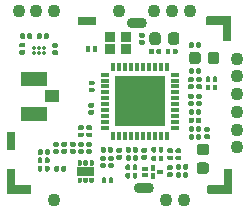
<source format=gbr>
%TF.GenerationSoftware,KiCad,Pcbnew,(5.1.6-0-10_14)*%
%TF.CreationDate,2020-10-31T13:09:24+09:00*%
%TF.ProjectId,RF920A,52463932-3041-42e6-9b69-6361645f7063,rev?*%
%TF.SameCoordinates,Original*%
%TF.FileFunction,Soldermask,Top*%
%TF.FilePolarity,Negative*%
%FSLAX46Y46*%
G04 Gerber Fmt 4.6, Leading zero omitted, Abs format (unit mm)*
G04 Created by KiCad (PCBNEW (5.1.6-0-10_14)) date 2020-10-31 13:09:24*
%MOMM*%
%LPD*%
G01*
G04 APERTURE LIST*
%ADD10O,1.700000X0.900000*%
%ADD11R,0.700000X1.600000*%
%ADD12R,1.600000X0.700000*%
%ADD13C,0.100000*%
%ADD14R,0.800000X0.400000*%
%ADD15R,0.400000X0.800000*%
%ADD16R,4.300000X4.300000*%
%ADD17R,2.300000X1.150000*%
%ADD18R,1.150000X1.100000*%
%ADD19R,0.950000X0.850000*%
%ADD20C,0.350000*%
%ADD21R,0.350000X0.525000*%
%ADD22R,0.525000X0.425000*%
%ADD23C,1.100000*%
G04 APERTURE END LIST*
%TO.C,R9*%
G36*
G01*
X166550000Y-102090000D02*
X166550000Y-101790000D01*
G75*
G02*
X166650000Y-101690000I100000J0D01*
G01*
X166850000Y-101690000D01*
G75*
G02*
X166950000Y-101790000I0J-100000D01*
G01*
X166950000Y-102090000D01*
G75*
G02*
X166850000Y-102190000I-100000J0D01*
G01*
X166650000Y-102190000D01*
G75*
G02*
X166550000Y-102090000I0J100000D01*
G01*
G37*
G36*
G01*
X165950000Y-102090000D02*
X165950000Y-101790000D01*
G75*
G02*
X166050000Y-101690000I100000J0D01*
G01*
X166250000Y-101690000D01*
G75*
G02*
X166350000Y-101790000I0J-100000D01*
G01*
X166350000Y-102090000D01*
G75*
G02*
X166250000Y-102190000I-100000J0D01*
G01*
X166050000Y-102190000D01*
G75*
G02*
X165950000Y-102090000I0J100000D01*
G01*
G37*
%TD*%
%TO.C,R8*%
G36*
G01*
X167950000Y-98590000D02*
X167950000Y-98290000D01*
G75*
G02*
X168050000Y-98190000I100000J0D01*
G01*
X168250000Y-98190000D01*
G75*
G02*
X168350000Y-98290000I0J-100000D01*
G01*
X168350000Y-98590000D01*
G75*
G02*
X168250000Y-98690000I-100000J0D01*
G01*
X168050000Y-98690000D01*
G75*
G02*
X167950000Y-98590000I0J100000D01*
G01*
G37*
G36*
G01*
X167350000Y-98590000D02*
X167350000Y-98290000D01*
G75*
G02*
X167450000Y-98190000I100000J0D01*
G01*
X167650000Y-98190000D01*
G75*
G02*
X167750000Y-98290000I0J-100000D01*
G01*
X167750000Y-98590000D01*
G75*
G02*
X167650000Y-98690000I-100000J0D01*
G01*
X167450000Y-98690000D01*
G75*
G02*
X167350000Y-98590000I0J100000D01*
G01*
G37*
%TD*%
%TO.C,R7*%
G36*
G01*
X152070000Y-93950000D02*
X152070000Y-94250000D01*
G75*
G02*
X151970000Y-94350000I-100000J0D01*
G01*
X151770000Y-94350000D01*
G75*
G02*
X151670000Y-94250000I0J100000D01*
G01*
X151670000Y-93950000D01*
G75*
G02*
X151770000Y-93850000I100000J0D01*
G01*
X151970000Y-93850000D01*
G75*
G02*
X152070000Y-93950000I0J-100000D01*
G01*
G37*
G36*
G01*
X152670000Y-93950000D02*
X152670000Y-94250000D01*
G75*
G02*
X152570000Y-94350000I-100000J0D01*
G01*
X152370000Y-94350000D01*
G75*
G02*
X152270000Y-94250000I0J100000D01*
G01*
X152270000Y-93950000D01*
G75*
G02*
X152370000Y-93850000I100000J0D01*
G01*
X152570000Y-93850000D01*
G75*
G02*
X152670000Y-93950000I0J-100000D01*
G01*
G37*
%TD*%
%TO.C,R6*%
G36*
G01*
X153670000Y-94250000D02*
X153670000Y-93950000D01*
G75*
G02*
X153770000Y-93850000I100000J0D01*
G01*
X153970000Y-93850000D01*
G75*
G02*
X154070000Y-93950000I0J-100000D01*
G01*
X154070000Y-94250000D01*
G75*
G02*
X153970000Y-94350000I-100000J0D01*
G01*
X153770000Y-94350000D01*
G75*
G02*
X153670000Y-94250000I0J100000D01*
G01*
G37*
G36*
G01*
X153070000Y-94250000D02*
X153070000Y-93950000D01*
G75*
G02*
X153170000Y-93850000I100000J0D01*
G01*
X153370000Y-93850000D01*
G75*
G02*
X153470000Y-93950000I0J-100000D01*
G01*
X153470000Y-94250000D01*
G75*
G02*
X153370000Y-94350000I-100000J0D01*
G01*
X153170000Y-94350000D01*
G75*
G02*
X153070000Y-94250000I0J100000D01*
G01*
G37*
%TD*%
%TO.C,R5*%
G36*
G01*
X154470000Y-95290000D02*
X154770000Y-95290000D01*
G75*
G02*
X154870000Y-95390000I0J-100000D01*
G01*
X154870000Y-95590000D01*
G75*
G02*
X154770000Y-95690000I-100000J0D01*
G01*
X154470000Y-95690000D01*
G75*
G02*
X154370000Y-95590000I0J100000D01*
G01*
X154370000Y-95390000D01*
G75*
G02*
X154470000Y-95290000I100000J0D01*
G01*
G37*
G36*
G01*
X154470000Y-94690000D02*
X154770000Y-94690000D01*
G75*
G02*
X154870000Y-94790000I0J-100000D01*
G01*
X154870000Y-94990000D01*
G75*
G02*
X154770000Y-95090000I-100000J0D01*
G01*
X154470000Y-95090000D01*
G75*
G02*
X154370000Y-94990000I0J100000D01*
G01*
X154370000Y-94790000D01*
G75*
G02*
X154470000Y-94690000I100000J0D01*
G01*
G37*
%TD*%
%TO.C,L11*%
G36*
G01*
X153750000Y-104060000D02*
X153750000Y-103760000D01*
G75*
G02*
X153850000Y-103660000I100000J0D01*
G01*
X154050000Y-103660000D01*
G75*
G02*
X154150000Y-103760000I0J-100000D01*
G01*
X154150000Y-104060000D01*
G75*
G02*
X154050000Y-104160000I-100000J0D01*
G01*
X153850000Y-104160000D01*
G75*
G02*
X153750000Y-104060000I0J100000D01*
G01*
G37*
G36*
G01*
X153150000Y-104060000D02*
X153150000Y-103760000D01*
G75*
G02*
X153250000Y-103660000I100000J0D01*
G01*
X153450000Y-103660000D01*
G75*
G02*
X153550000Y-103760000I0J-100000D01*
G01*
X153550000Y-104060000D01*
G75*
G02*
X153450000Y-104160000I-100000J0D01*
G01*
X153250000Y-104160000D01*
G75*
G02*
X153150000Y-104060000I0J100000D01*
G01*
G37*
%TD*%
%TO.C,L10*%
G36*
G01*
X153740000Y-104760000D02*
X153740000Y-104460000D01*
G75*
G02*
X153840000Y-104360000I100000J0D01*
G01*
X154040000Y-104360000D01*
G75*
G02*
X154140000Y-104460000I0J-100000D01*
G01*
X154140000Y-104760000D01*
G75*
G02*
X154040000Y-104860000I-100000J0D01*
G01*
X153840000Y-104860000D01*
G75*
G02*
X153740000Y-104760000I0J100000D01*
G01*
G37*
G36*
G01*
X153140000Y-104760000D02*
X153140000Y-104460000D01*
G75*
G02*
X153240000Y-104360000I100000J0D01*
G01*
X153440000Y-104360000D01*
G75*
G02*
X153540000Y-104460000I0J-100000D01*
G01*
X153540000Y-104760000D01*
G75*
G02*
X153440000Y-104860000I-100000J0D01*
G01*
X153240000Y-104860000D01*
G75*
G02*
X153140000Y-104760000I0J100000D01*
G01*
G37*
%TD*%
%TO.C,L9*%
G36*
G01*
X153540000Y-105160000D02*
X153540000Y-105460000D01*
G75*
G02*
X153440000Y-105560000I-100000J0D01*
G01*
X153240000Y-105560000D01*
G75*
G02*
X153140000Y-105460000I0J100000D01*
G01*
X153140000Y-105160000D01*
G75*
G02*
X153240000Y-105060000I100000J0D01*
G01*
X153440000Y-105060000D01*
G75*
G02*
X153540000Y-105160000I0J-100000D01*
G01*
G37*
G36*
G01*
X154140000Y-105160000D02*
X154140000Y-105460000D01*
G75*
G02*
X154040000Y-105560000I-100000J0D01*
G01*
X153840000Y-105560000D01*
G75*
G02*
X153740000Y-105460000I0J100000D01*
G01*
X153740000Y-105160000D01*
G75*
G02*
X153840000Y-105060000I100000J0D01*
G01*
X154040000Y-105060000D01*
G75*
G02*
X154140000Y-105160000I0J-100000D01*
G01*
G37*
%TD*%
%TO.C,L8*%
G36*
G01*
X156250000Y-103450000D02*
X155950000Y-103450000D01*
G75*
G02*
X155850000Y-103350000I0J100000D01*
G01*
X155850000Y-103150000D01*
G75*
G02*
X155950000Y-103050000I100000J0D01*
G01*
X156250000Y-103050000D01*
G75*
G02*
X156350000Y-103150000I0J-100000D01*
G01*
X156350000Y-103350000D01*
G75*
G02*
X156250000Y-103450000I-100000J0D01*
G01*
G37*
G36*
G01*
X156250000Y-104050000D02*
X155950000Y-104050000D01*
G75*
G02*
X155850000Y-103950000I0J100000D01*
G01*
X155850000Y-103750000D01*
G75*
G02*
X155950000Y-103650000I100000J0D01*
G01*
X156250000Y-103650000D01*
G75*
G02*
X156350000Y-103750000I0J-100000D01*
G01*
X156350000Y-103950000D01*
G75*
G02*
X156250000Y-104050000I-100000J0D01*
G01*
G37*
%TD*%
%TO.C,L7*%
G36*
G01*
X157650000Y-103460000D02*
X157350000Y-103460000D01*
G75*
G02*
X157250000Y-103360000I0J100000D01*
G01*
X157250000Y-103160000D01*
G75*
G02*
X157350000Y-103060000I100000J0D01*
G01*
X157650000Y-103060000D01*
G75*
G02*
X157750000Y-103160000I0J-100000D01*
G01*
X157750000Y-103360000D01*
G75*
G02*
X157650000Y-103460000I-100000J0D01*
G01*
G37*
G36*
G01*
X157650000Y-104060000D02*
X157350000Y-104060000D01*
G75*
G02*
X157250000Y-103960000I0J100000D01*
G01*
X157250000Y-103760000D01*
G75*
G02*
X157350000Y-103660000I100000J0D01*
G01*
X157650000Y-103660000D01*
G75*
G02*
X157750000Y-103760000I0J-100000D01*
G01*
X157750000Y-103960000D01*
G75*
G02*
X157650000Y-104060000I-100000J0D01*
G01*
G37*
%TD*%
%TO.C,L6*%
G36*
G01*
X156950000Y-103460000D02*
X156650000Y-103460000D01*
G75*
G02*
X156550000Y-103360000I0J100000D01*
G01*
X156550000Y-103160000D01*
G75*
G02*
X156650000Y-103060000I100000J0D01*
G01*
X156950000Y-103060000D01*
G75*
G02*
X157050000Y-103160000I0J-100000D01*
G01*
X157050000Y-103360000D01*
G75*
G02*
X156950000Y-103460000I-100000J0D01*
G01*
G37*
G36*
G01*
X156950000Y-104060000D02*
X156650000Y-104060000D01*
G75*
G02*
X156550000Y-103960000I0J100000D01*
G01*
X156550000Y-103760000D01*
G75*
G02*
X156650000Y-103660000I100000J0D01*
G01*
X156950000Y-103660000D01*
G75*
G02*
X157050000Y-103760000I0J-100000D01*
G01*
X157050000Y-103960000D01*
G75*
G02*
X156950000Y-104060000I-100000J0D01*
G01*
G37*
%TD*%
%TO.C,L5*%
G36*
G01*
X159900000Y-104150000D02*
X160200000Y-104150000D01*
G75*
G02*
X160300000Y-104250000I0J-100000D01*
G01*
X160300000Y-104450000D01*
G75*
G02*
X160200000Y-104550000I-100000J0D01*
G01*
X159900000Y-104550000D01*
G75*
G02*
X159800000Y-104450000I0J100000D01*
G01*
X159800000Y-104250000D01*
G75*
G02*
X159900000Y-104150000I100000J0D01*
G01*
G37*
G36*
G01*
X159900000Y-103550000D02*
X160200000Y-103550000D01*
G75*
G02*
X160300000Y-103650000I0J-100000D01*
G01*
X160300000Y-103850000D01*
G75*
G02*
X160200000Y-103950000I-100000J0D01*
G01*
X159900000Y-103950000D01*
G75*
G02*
X159800000Y-103850000I0J100000D01*
G01*
X159800000Y-103650000D01*
G75*
G02*
X159900000Y-103550000I100000J0D01*
G01*
G37*
%TD*%
%TO.C,L4*%
G36*
G01*
X165470000Y-106000000D02*
X165470000Y-105700000D01*
G75*
G02*
X165570000Y-105600000I100000J0D01*
G01*
X165770000Y-105600000D01*
G75*
G02*
X165870000Y-105700000I0J-100000D01*
G01*
X165870000Y-106000000D01*
G75*
G02*
X165770000Y-106100000I-100000J0D01*
G01*
X165570000Y-106100000D01*
G75*
G02*
X165470000Y-106000000I0J100000D01*
G01*
G37*
G36*
G01*
X164870000Y-106000000D02*
X164870000Y-105700000D01*
G75*
G02*
X164970000Y-105600000I100000J0D01*
G01*
X165170000Y-105600000D01*
G75*
G02*
X165270000Y-105700000I0J-100000D01*
G01*
X165270000Y-106000000D01*
G75*
G02*
X165170000Y-106100000I-100000J0D01*
G01*
X164970000Y-106100000D01*
G75*
G02*
X164870000Y-106000000I0J100000D01*
G01*
G37*
%TD*%
%TO.C,L3*%
G36*
G01*
X165470000Y-105300000D02*
X165470000Y-105000000D01*
G75*
G02*
X165570000Y-104900000I100000J0D01*
G01*
X165770000Y-104900000D01*
G75*
G02*
X165870000Y-105000000I0J-100000D01*
G01*
X165870000Y-105300000D01*
G75*
G02*
X165770000Y-105400000I-100000J0D01*
G01*
X165570000Y-105400000D01*
G75*
G02*
X165470000Y-105300000I0J100000D01*
G01*
G37*
G36*
G01*
X164870000Y-105300000D02*
X164870000Y-105000000D01*
G75*
G02*
X164970000Y-104900000I100000J0D01*
G01*
X165170000Y-104900000D01*
G75*
G02*
X165270000Y-105000000I0J-100000D01*
G01*
X165270000Y-105300000D01*
G75*
G02*
X165170000Y-105400000I-100000J0D01*
G01*
X164970000Y-105400000D01*
G75*
G02*
X164870000Y-105300000I0J100000D01*
G01*
G37*
%TD*%
%TO.C,L2*%
G36*
G01*
X162010000Y-104150000D02*
X162310000Y-104150000D01*
G75*
G02*
X162410000Y-104250000I0J-100000D01*
G01*
X162410000Y-104450000D01*
G75*
G02*
X162310000Y-104550000I-100000J0D01*
G01*
X162010000Y-104550000D01*
G75*
G02*
X161910000Y-104450000I0J100000D01*
G01*
X161910000Y-104250000D01*
G75*
G02*
X162010000Y-104150000I100000J0D01*
G01*
G37*
G36*
G01*
X162010000Y-103550000D02*
X162310000Y-103550000D01*
G75*
G02*
X162410000Y-103650000I0J-100000D01*
G01*
X162410000Y-103850000D01*
G75*
G02*
X162310000Y-103950000I-100000J0D01*
G01*
X162010000Y-103950000D01*
G75*
G02*
X161910000Y-103850000I0J100000D01*
G01*
X161910000Y-103650000D01*
G75*
G02*
X162010000Y-103550000I100000J0D01*
G01*
G37*
%TD*%
%TO.C,L1*%
G36*
G01*
X166250000Y-99380000D02*
X165950000Y-99380000D01*
G75*
G02*
X165850000Y-99280000I0J100000D01*
G01*
X165850000Y-99080000D01*
G75*
G02*
X165950000Y-98980000I100000J0D01*
G01*
X166250000Y-98980000D01*
G75*
G02*
X166350000Y-99080000I0J-100000D01*
G01*
X166350000Y-99280000D01*
G75*
G02*
X166250000Y-99380000I-100000J0D01*
G01*
G37*
G36*
G01*
X166250000Y-99980000D02*
X165950000Y-99980000D01*
G75*
G02*
X165850000Y-99880000I0J100000D01*
G01*
X165850000Y-99680000D01*
G75*
G02*
X165950000Y-99580000I100000J0D01*
G01*
X166250000Y-99580000D01*
G75*
G02*
X166350000Y-99680000I0J-100000D01*
G01*
X166350000Y-99880000D01*
G75*
G02*
X166250000Y-99980000I-100000J0D01*
G01*
G37*
%TD*%
%TO.C,C1*%
G36*
G01*
X166838750Y-104780000D02*
X167401250Y-104780000D01*
G75*
G02*
X167645000Y-105023750I0J-243750D01*
G01*
X167645000Y-105511250D01*
G75*
G02*
X167401250Y-105755000I-243750J0D01*
G01*
X166838750Y-105755000D01*
G75*
G02*
X166595000Y-105511250I0J243750D01*
G01*
X166595000Y-105023750D01*
G75*
G02*
X166838750Y-104780000I243750J0D01*
G01*
G37*
G36*
G01*
X166838750Y-103205000D02*
X167401250Y-103205000D01*
G75*
G02*
X167645000Y-103448750I0J-243750D01*
G01*
X167645000Y-103936250D01*
G75*
G02*
X167401250Y-104180000I-243750J0D01*
G01*
X166838750Y-104180000D01*
G75*
G02*
X166595000Y-103936250I0J243750D01*
G01*
X166595000Y-103448750D01*
G75*
G02*
X166838750Y-103205000I243750J0D01*
G01*
G37*
%TD*%
D10*
%TO.C,U7*%
X162125000Y-106970000D03*
D11*
X150850000Y-102970000D03*
D12*
X157300000Y-92770000D03*
D13*
G36*
X167540245Y-107419039D02*
G01*
X167530866Y-107416194D01*
X167522221Y-107411573D01*
X167514645Y-107405355D01*
X167508427Y-107397779D01*
X167503806Y-107389134D01*
X167500961Y-107379755D01*
X167500000Y-107370000D01*
X167500000Y-106770000D01*
X167500961Y-106760245D01*
X167503806Y-106750866D01*
X167508427Y-106742221D01*
X167514645Y-106734645D01*
X167522221Y-106728427D01*
X167530866Y-106723806D01*
X167540245Y-106720961D01*
X167550000Y-106720000D01*
X168900000Y-106720000D01*
X168900000Y-105370000D01*
X168900961Y-105360245D01*
X168903806Y-105350866D01*
X168908427Y-105342221D01*
X168914645Y-105334645D01*
X168922221Y-105328427D01*
X168930866Y-105323806D01*
X168940245Y-105320961D01*
X168950000Y-105320000D01*
X169550000Y-105320000D01*
X169559755Y-105320961D01*
X169569134Y-105323806D01*
X169577779Y-105328427D01*
X169585355Y-105334645D01*
X169591573Y-105342221D01*
X169596194Y-105350866D01*
X169599039Y-105360245D01*
X169600000Y-105370000D01*
X169600000Y-107370000D01*
X169599039Y-107379755D01*
X169596194Y-107389134D01*
X169591573Y-107397779D01*
X169585355Y-107405355D01*
X169577779Y-107411573D01*
X169569134Y-107416194D01*
X169559755Y-107419039D01*
X169550000Y-107420000D01*
X167550000Y-107420000D01*
X167540245Y-107419039D01*
G37*
G36*
X169499039Y-94479755D02*
G01*
X169496194Y-94489134D01*
X169491573Y-94497779D01*
X169485355Y-94505355D01*
X169477779Y-94511573D01*
X169469134Y-94516194D01*
X169459755Y-94519039D01*
X169450000Y-94520000D01*
X168850000Y-94520000D01*
X168840245Y-94519039D01*
X168830866Y-94516194D01*
X168822221Y-94511573D01*
X168814645Y-94505355D01*
X168808427Y-94497779D01*
X168803806Y-94489134D01*
X168800961Y-94479755D01*
X168800000Y-94470000D01*
X168800000Y-93120000D01*
X167450000Y-93120000D01*
X167440245Y-93119039D01*
X167430866Y-93116194D01*
X167422221Y-93111573D01*
X167414645Y-93105355D01*
X167408427Y-93097779D01*
X167403806Y-93089134D01*
X167400961Y-93079755D01*
X167400000Y-93070000D01*
X167400000Y-92470000D01*
X167400961Y-92460245D01*
X167403806Y-92450866D01*
X167408427Y-92442221D01*
X167414645Y-92434645D01*
X167422221Y-92428427D01*
X167430866Y-92423806D01*
X167440245Y-92420961D01*
X167450000Y-92420000D01*
X169450000Y-92420000D01*
X169459755Y-92420961D01*
X169469134Y-92423806D01*
X169477779Y-92428427D01*
X169485355Y-92434645D01*
X169491573Y-92442221D01*
X169496194Y-92450866D01*
X169499039Y-92460245D01*
X169500000Y-92470000D01*
X169500000Y-94470000D01*
X169499039Y-94479755D01*
G37*
D10*
X161550000Y-92970000D03*
D13*
G36*
X150500961Y-105360245D02*
G01*
X150503806Y-105350866D01*
X150508427Y-105342221D01*
X150514645Y-105334645D01*
X150522221Y-105328427D01*
X150530866Y-105323806D01*
X150540245Y-105320961D01*
X150550000Y-105320000D01*
X151150000Y-105320000D01*
X151159755Y-105320961D01*
X151169134Y-105323806D01*
X151177779Y-105328427D01*
X151185355Y-105334645D01*
X151191573Y-105342221D01*
X151196194Y-105350866D01*
X151199039Y-105360245D01*
X151200000Y-105370000D01*
X151200000Y-106720000D01*
X152550000Y-106720000D01*
X152559755Y-106720961D01*
X152569134Y-106723806D01*
X152577779Y-106728427D01*
X152585355Y-106734645D01*
X152591573Y-106742221D01*
X152596194Y-106750866D01*
X152599039Y-106760245D01*
X152600000Y-106770000D01*
X152600000Y-107370000D01*
X152599039Y-107379755D01*
X152596194Y-107389134D01*
X152591573Y-107397779D01*
X152585355Y-107405355D01*
X152577779Y-107411573D01*
X152569134Y-107416194D01*
X152559755Y-107419039D01*
X152550000Y-107420000D01*
X150550000Y-107420000D01*
X150540245Y-107419039D01*
X150530866Y-107416194D01*
X150522221Y-107411573D01*
X150514645Y-107405355D01*
X150508427Y-107397779D01*
X150503806Y-107389134D01*
X150500961Y-107379755D01*
X150500000Y-107370000D01*
X150500000Y-105370000D01*
X150500961Y-105360245D01*
G37*
%TD*%
%TO.C,C48*%
G36*
G01*
X154550000Y-103650000D02*
X154850000Y-103650000D01*
G75*
G02*
X154950000Y-103750000I0J-100000D01*
G01*
X154950000Y-103950000D01*
G75*
G02*
X154850000Y-104050000I-100000J0D01*
G01*
X154550000Y-104050000D01*
G75*
G02*
X154450000Y-103950000I0J100000D01*
G01*
X154450000Y-103750000D01*
G75*
G02*
X154550000Y-103650000I100000J0D01*
G01*
G37*
G36*
G01*
X154550000Y-103050000D02*
X154850000Y-103050000D01*
G75*
G02*
X154950000Y-103150000I0J-100000D01*
G01*
X154950000Y-103350000D01*
G75*
G02*
X154850000Y-103450000I-100000J0D01*
G01*
X154550000Y-103450000D01*
G75*
G02*
X154450000Y-103350000I0J100000D01*
G01*
X154450000Y-103150000D01*
G75*
G02*
X154550000Y-103050000I100000J0D01*
G01*
G37*
%TD*%
%TO.C,C47*%
G36*
G01*
X154940000Y-105160000D02*
X154940000Y-105460000D01*
G75*
G02*
X154840000Y-105560000I-100000J0D01*
G01*
X154640000Y-105560000D01*
G75*
G02*
X154540000Y-105460000I0J100000D01*
G01*
X154540000Y-105160000D01*
G75*
G02*
X154640000Y-105060000I100000J0D01*
G01*
X154840000Y-105060000D01*
G75*
G02*
X154940000Y-105160000I0J-100000D01*
G01*
G37*
G36*
G01*
X155540000Y-105160000D02*
X155540000Y-105460000D01*
G75*
G02*
X155440000Y-105560000I-100000J0D01*
G01*
X155240000Y-105560000D01*
G75*
G02*
X155140000Y-105460000I0J100000D01*
G01*
X155140000Y-105160000D01*
G75*
G02*
X155240000Y-105060000I100000J0D01*
G01*
X155440000Y-105060000D01*
G75*
G02*
X155540000Y-105160000I0J-100000D01*
G01*
G37*
%TD*%
%TO.C,C46*%
G36*
G01*
X157350000Y-102250000D02*
X157650000Y-102250000D01*
G75*
G02*
X157750000Y-102350000I0J-100000D01*
G01*
X157750000Y-102550000D01*
G75*
G02*
X157650000Y-102650000I-100000J0D01*
G01*
X157350000Y-102650000D01*
G75*
G02*
X157250000Y-102550000I0J100000D01*
G01*
X157250000Y-102350000D01*
G75*
G02*
X157350000Y-102250000I100000J0D01*
G01*
G37*
G36*
G01*
X157350000Y-101650000D02*
X157650000Y-101650000D01*
G75*
G02*
X157750000Y-101750000I0J-100000D01*
G01*
X157750000Y-101950000D01*
G75*
G02*
X157650000Y-102050000I-100000J0D01*
G01*
X157350000Y-102050000D01*
G75*
G02*
X157250000Y-101950000I0J100000D01*
G01*
X157250000Y-101750000D01*
G75*
G02*
X157350000Y-101650000I100000J0D01*
G01*
G37*
%TD*%
%TO.C,C45*%
G36*
G01*
X159150000Y-106440000D02*
X159150000Y-106140000D01*
G75*
G02*
X159250000Y-106040000I100000J0D01*
G01*
X159450000Y-106040000D01*
G75*
G02*
X159550000Y-106140000I0J-100000D01*
G01*
X159550000Y-106440000D01*
G75*
G02*
X159450000Y-106540000I-100000J0D01*
G01*
X159250000Y-106540000D01*
G75*
G02*
X159150000Y-106440000I0J100000D01*
G01*
G37*
G36*
G01*
X158550000Y-106440000D02*
X158550000Y-106140000D01*
G75*
G02*
X158650000Y-106040000I100000J0D01*
G01*
X158850000Y-106040000D01*
G75*
G02*
X158950000Y-106140000I0J-100000D01*
G01*
X158950000Y-106440000D01*
G75*
G02*
X158850000Y-106540000I-100000J0D01*
G01*
X158650000Y-106540000D01*
G75*
G02*
X158550000Y-106440000I0J100000D01*
G01*
G37*
%TD*%
%TO.C,C44*%
G36*
G01*
X158500000Y-104850000D02*
X158800000Y-104850000D01*
G75*
G02*
X158900000Y-104950000I0J-100000D01*
G01*
X158900000Y-105150000D01*
G75*
G02*
X158800000Y-105250000I-100000J0D01*
G01*
X158500000Y-105250000D01*
G75*
G02*
X158400000Y-105150000I0J100000D01*
G01*
X158400000Y-104950000D01*
G75*
G02*
X158500000Y-104850000I100000J0D01*
G01*
G37*
G36*
G01*
X158500000Y-104250000D02*
X158800000Y-104250000D01*
G75*
G02*
X158900000Y-104350000I0J-100000D01*
G01*
X158900000Y-104550000D01*
G75*
G02*
X158800000Y-104650000I-100000J0D01*
G01*
X158500000Y-104650000D01*
G75*
G02*
X158400000Y-104550000I0J100000D01*
G01*
X158400000Y-104350000D01*
G75*
G02*
X158500000Y-104250000I100000J0D01*
G01*
G37*
%TD*%
%TO.C,C43*%
G36*
G01*
X155250000Y-103650000D02*
X155550000Y-103650000D01*
G75*
G02*
X155650000Y-103750000I0J-100000D01*
G01*
X155650000Y-103950000D01*
G75*
G02*
X155550000Y-104050000I-100000J0D01*
G01*
X155250000Y-104050000D01*
G75*
G02*
X155150000Y-103950000I0J100000D01*
G01*
X155150000Y-103750000D01*
G75*
G02*
X155250000Y-103650000I100000J0D01*
G01*
G37*
G36*
G01*
X155250000Y-103050000D02*
X155550000Y-103050000D01*
G75*
G02*
X155650000Y-103150000I0J-100000D01*
G01*
X155650000Y-103350000D01*
G75*
G02*
X155550000Y-103450000I-100000J0D01*
G01*
X155250000Y-103450000D01*
G75*
G02*
X155150000Y-103350000I0J100000D01*
G01*
X155150000Y-103150000D01*
G75*
G02*
X155250000Y-103050000I100000J0D01*
G01*
G37*
%TD*%
%TO.C,C42*%
G36*
G01*
X160970000Y-105750000D02*
X160970000Y-106050000D01*
G75*
G02*
X160870000Y-106150000I-100000J0D01*
G01*
X160670000Y-106150000D01*
G75*
G02*
X160570000Y-106050000I0J100000D01*
G01*
X160570000Y-105750000D01*
G75*
G02*
X160670000Y-105650000I100000J0D01*
G01*
X160870000Y-105650000D01*
G75*
G02*
X160970000Y-105750000I0J-100000D01*
G01*
G37*
G36*
G01*
X161570000Y-105750000D02*
X161570000Y-106050000D01*
G75*
G02*
X161470000Y-106150000I-100000J0D01*
G01*
X161270000Y-106150000D01*
G75*
G02*
X161170000Y-106050000I0J100000D01*
G01*
X161170000Y-105750000D01*
G75*
G02*
X161270000Y-105650000I100000J0D01*
G01*
X161470000Y-105650000D01*
G75*
G02*
X161570000Y-105750000I0J-100000D01*
G01*
G37*
%TD*%
%TO.C,C41*%
G36*
G01*
X159100000Y-103850000D02*
X159100000Y-103550000D01*
G75*
G02*
X159200000Y-103450000I100000J0D01*
G01*
X159400000Y-103450000D01*
G75*
G02*
X159500000Y-103550000I0J-100000D01*
G01*
X159500000Y-103850000D01*
G75*
G02*
X159400000Y-103950000I-100000J0D01*
G01*
X159200000Y-103950000D01*
G75*
G02*
X159100000Y-103850000I0J100000D01*
G01*
G37*
G36*
G01*
X158500000Y-103850000D02*
X158500000Y-103550000D01*
G75*
G02*
X158600000Y-103450000I100000J0D01*
G01*
X158800000Y-103450000D01*
G75*
G02*
X158900000Y-103550000I0J-100000D01*
G01*
X158900000Y-103850000D01*
G75*
G02*
X158800000Y-103950000I-100000J0D01*
G01*
X158600000Y-103950000D01*
G75*
G02*
X158500000Y-103850000I0J100000D01*
G01*
G37*
%TD*%
%TO.C,C40*%
G36*
G01*
X156950000Y-102050000D02*
X156650000Y-102050000D01*
G75*
G02*
X156550000Y-101950000I0J100000D01*
G01*
X156550000Y-101750000D01*
G75*
G02*
X156650000Y-101650000I100000J0D01*
G01*
X156950000Y-101650000D01*
G75*
G02*
X157050000Y-101750000I0J-100000D01*
G01*
X157050000Y-101950000D01*
G75*
G02*
X156950000Y-102050000I-100000J0D01*
G01*
G37*
G36*
G01*
X156950000Y-102650000D02*
X156650000Y-102650000D01*
G75*
G02*
X156550000Y-102550000I0J100000D01*
G01*
X156550000Y-102350000D01*
G75*
G02*
X156650000Y-102250000I100000J0D01*
G01*
X156950000Y-102250000D01*
G75*
G02*
X157050000Y-102350000I0J-100000D01*
G01*
X157050000Y-102550000D01*
G75*
G02*
X156950000Y-102650000I-100000J0D01*
G01*
G37*
%TD*%
%TO.C,C39*%
G36*
G01*
X159200000Y-104850000D02*
X159500000Y-104850000D01*
G75*
G02*
X159600000Y-104950000I0J-100000D01*
G01*
X159600000Y-105150000D01*
G75*
G02*
X159500000Y-105250000I-100000J0D01*
G01*
X159200000Y-105250000D01*
G75*
G02*
X159100000Y-105150000I0J100000D01*
G01*
X159100000Y-104950000D01*
G75*
G02*
X159200000Y-104850000I100000J0D01*
G01*
G37*
G36*
G01*
X159200000Y-104250000D02*
X159500000Y-104250000D01*
G75*
G02*
X159600000Y-104350000I0J-100000D01*
G01*
X159600000Y-104550000D01*
G75*
G02*
X159500000Y-104650000I-100000J0D01*
G01*
X159200000Y-104650000D01*
G75*
G02*
X159100000Y-104550000I0J100000D01*
G01*
X159100000Y-104350000D01*
G75*
G02*
X159200000Y-104250000I100000J0D01*
G01*
G37*
%TD*%
%TO.C,C38*%
G36*
G01*
X163170000Y-103550000D02*
X163170000Y-103850000D01*
G75*
G02*
X163070000Y-103950000I-100000J0D01*
G01*
X162870000Y-103950000D01*
G75*
G02*
X162770000Y-103850000I0J100000D01*
G01*
X162770000Y-103550000D01*
G75*
G02*
X162870000Y-103450000I100000J0D01*
G01*
X163070000Y-103450000D01*
G75*
G02*
X163170000Y-103550000I0J-100000D01*
G01*
G37*
G36*
G01*
X163770000Y-103550000D02*
X163770000Y-103850000D01*
G75*
G02*
X163670000Y-103950000I-100000J0D01*
G01*
X163470000Y-103950000D01*
G75*
G02*
X163370000Y-103850000I0J100000D01*
G01*
X163370000Y-103550000D01*
G75*
G02*
X163470000Y-103450000I100000J0D01*
G01*
X163670000Y-103450000D01*
G75*
G02*
X163770000Y-103550000I0J-100000D01*
G01*
G37*
%TD*%
%TO.C,C37*%
G36*
G01*
X163370000Y-104600000D02*
X163370000Y-104300000D01*
G75*
G02*
X163470000Y-104200000I100000J0D01*
G01*
X163670000Y-104200000D01*
G75*
G02*
X163770000Y-104300000I0J-100000D01*
G01*
X163770000Y-104600000D01*
G75*
G02*
X163670000Y-104700000I-100000J0D01*
G01*
X163470000Y-104700000D01*
G75*
G02*
X163370000Y-104600000I0J100000D01*
G01*
G37*
G36*
G01*
X162770000Y-104600000D02*
X162770000Y-104300000D01*
G75*
G02*
X162870000Y-104200000I100000J0D01*
G01*
X163070000Y-104200000D01*
G75*
G02*
X163170000Y-104300000I0J-100000D01*
G01*
X163170000Y-104600000D01*
G75*
G02*
X163070000Y-104700000I-100000J0D01*
G01*
X162870000Y-104700000D01*
G75*
G02*
X162770000Y-104600000I0J100000D01*
G01*
G37*
%TD*%
%TO.C,C36*%
G36*
G01*
X164166000Y-105620000D02*
X164466000Y-105620000D01*
G75*
G02*
X164566000Y-105720000I0J-100000D01*
G01*
X164566000Y-105920000D01*
G75*
G02*
X164466000Y-106020000I-100000J0D01*
G01*
X164166000Y-106020000D01*
G75*
G02*
X164066000Y-105920000I0J100000D01*
G01*
X164066000Y-105720000D01*
G75*
G02*
X164166000Y-105620000I100000J0D01*
G01*
G37*
G36*
G01*
X164166000Y-105020000D02*
X164466000Y-105020000D01*
G75*
G02*
X164566000Y-105120000I0J-100000D01*
G01*
X164566000Y-105320000D01*
G75*
G02*
X164466000Y-105420000I-100000J0D01*
G01*
X164166000Y-105420000D01*
G75*
G02*
X164066000Y-105320000I0J100000D01*
G01*
X164066000Y-105120000D01*
G75*
G02*
X164166000Y-105020000I100000J0D01*
G01*
G37*
%TD*%
%TO.C,C35*%
G36*
G01*
X161005000Y-104250000D02*
X161005000Y-104550000D01*
G75*
G02*
X160905000Y-104650000I-100000J0D01*
G01*
X160705000Y-104650000D01*
G75*
G02*
X160605000Y-104550000I0J100000D01*
G01*
X160605000Y-104250000D01*
G75*
G02*
X160705000Y-104150000I100000J0D01*
G01*
X160905000Y-104150000D01*
G75*
G02*
X161005000Y-104250000I0J-100000D01*
G01*
G37*
G36*
G01*
X161605000Y-104250000D02*
X161605000Y-104550000D01*
G75*
G02*
X161505000Y-104650000I-100000J0D01*
G01*
X161305000Y-104650000D01*
G75*
G02*
X161205000Y-104550000I0J100000D01*
G01*
X161205000Y-104250000D01*
G75*
G02*
X161305000Y-104150000I100000J0D01*
G01*
X161505000Y-104150000D01*
G75*
G02*
X161605000Y-104250000I0J-100000D01*
G01*
G37*
%TD*%
%TO.C,C34*%
G36*
G01*
X164900000Y-104200000D02*
X165200000Y-104200000D01*
G75*
G02*
X165300000Y-104300000I0J-100000D01*
G01*
X165300000Y-104500000D01*
G75*
G02*
X165200000Y-104600000I-100000J0D01*
G01*
X164900000Y-104600000D01*
G75*
G02*
X164800000Y-104500000I0J100000D01*
G01*
X164800000Y-104300000D01*
G75*
G02*
X164900000Y-104200000I100000J0D01*
G01*
G37*
G36*
G01*
X164900000Y-103600000D02*
X165200000Y-103600000D01*
G75*
G02*
X165300000Y-103700000I0J-100000D01*
G01*
X165300000Y-103900000D01*
G75*
G02*
X165200000Y-104000000I-100000J0D01*
G01*
X164900000Y-104000000D01*
G75*
G02*
X164800000Y-103900000I0J100000D01*
G01*
X164800000Y-103700000D01*
G75*
G02*
X164900000Y-103600000I100000J0D01*
G01*
G37*
%TD*%
%TO.C,C33*%
G36*
G01*
X160970000Y-105050000D02*
X160970000Y-105350000D01*
G75*
G02*
X160870000Y-105450000I-100000J0D01*
G01*
X160670000Y-105450000D01*
G75*
G02*
X160570000Y-105350000I0J100000D01*
G01*
X160570000Y-105050000D01*
G75*
G02*
X160670000Y-104950000I100000J0D01*
G01*
X160870000Y-104950000D01*
G75*
G02*
X160970000Y-105050000I0J-100000D01*
G01*
G37*
G36*
G01*
X161570000Y-105050000D02*
X161570000Y-105350000D01*
G75*
G02*
X161470000Y-105450000I-100000J0D01*
G01*
X161270000Y-105450000D01*
G75*
G02*
X161170000Y-105350000I0J100000D01*
G01*
X161170000Y-105050000D01*
G75*
G02*
X161270000Y-104950000I100000J0D01*
G01*
X161470000Y-104950000D01*
G75*
G02*
X161570000Y-105050000I0J-100000D01*
G01*
G37*
%TD*%
%TO.C,C32*%
G36*
G01*
X161010000Y-103550000D02*
X161010000Y-103850000D01*
G75*
G02*
X160910000Y-103950000I-100000J0D01*
G01*
X160710000Y-103950000D01*
G75*
G02*
X160610000Y-103850000I0J100000D01*
G01*
X160610000Y-103550000D01*
G75*
G02*
X160710000Y-103450000I100000J0D01*
G01*
X160910000Y-103450000D01*
G75*
G02*
X161010000Y-103550000I0J-100000D01*
G01*
G37*
G36*
G01*
X161610000Y-103550000D02*
X161610000Y-103850000D01*
G75*
G02*
X161510000Y-103950000I-100000J0D01*
G01*
X161310000Y-103950000D01*
G75*
G02*
X161210000Y-103850000I0J100000D01*
G01*
X161210000Y-103550000D01*
G75*
G02*
X161310000Y-103450000I100000J0D01*
G01*
X161510000Y-103450000D01*
G75*
G02*
X161610000Y-103550000I0J-100000D01*
G01*
G37*
%TD*%
%TO.C,C31*%
G36*
G01*
X164200000Y-104200000D02*
X164500000Y-104200000D01*
G75*
G02*
X164600000Y-104300000I0J-100000D01*
G01*
X164600000Y-104500000D01*
G75*
G02*
X164500000Y-104600000I-100000J0D01*
G01*
X164200000Y-104600000D01*
G75*
G02*
X164100000Y-104500000I0J100000D01*
G01*
X164100000Y-104300000D01*
G75*
G02*
X164200000Y-104200000I100000J0D01*
G01*
G37*
G36*
G01*
X164200000Y-103600000D02*
X164500000Y-103600000D01*
G75*
G02*
X164600000Y-103700000I0J-100000D01*
G01*
X164600000Y-103900000D01*
G75*
G02*
X164500000Y-104000000I-100000J0D01*
G01*
X164200000Y-104000000D01*
G75*
G02*
X164100000Y-103900000I0J100000D01*
G01*
X164100000Y-103700000D01*
G75*
G02*
X164200000Y-103600000I100000J0D01*
G01*
G37*
%TD*%
%TO.C,C29*%
G36*
G01*
X166350000Y-102490000D02*
X166350000Y-102790000D01*
G75*
G02*
X166250000Y-102890000I-100000J0D01*
G01*
X166050000Y-102890000D01*
G75*
G02*
X165950000Y-102790000I0J100000D01*
G01*
X165950000Y-102490000D01*
G75*
G02*
X166050000Y-102390000I100000J0D01*
G01*
X166250000Y-102390000D01*
G75*
G02*
X166350000Y-102490000I0J-100000D01*
G01*
G37*
G36*
G01*
X166950000Y-102490000D02*
X166950000Y-102790000D01*
G75*
G02*
X166850000Y-102890000I-100000J0D01*
G01*
X166650000Y-102890000D01*
G75*
G02*
X166550000Y-102790000I0J100000D01*
G01*
X166550000Y-102490000D01*
G75*
G02*
X166650000Y-102390000I100000J0D01*
G01*
X166850000Y-102390000D01*
G75*
G02*
X166950000Y-102490000I0J-100000D01*
G01*
G37*
%TD*%
%TO.C,C28*%
G36*
G01*
X167350000Y-102390000D02*
X167650000Y-102390000D01*
G75*
G02*
X167750000Y-102490000I0J-100000D01*
G01*
X167750000Y-102690000D01*
G75*
G02*
X167650000Y-102790000I-100000J0D01*
G01*
X167350000Y-102790000D01*
G75*
G02*
X167250000Y-102690000I0J100000D01*
G01*
X167250000Y-102490000D01*
G75*
G02*
X167350000Y-102390000I100000J0D01*
G01*
G37*
G36*
G01*
X167350000Y-101790000D02*
X167650000Y-101790000D01*
G75*
G02*
X167750000Y-101890000I0J-100000D01*
G01*
X167750000Y-102090000D01*
G75*
G02*
X167650000Y-102190000I-100000J0D01*
G01*
X167350000Y-102190000D01*
G75*
G02*
X167250000Y-102090000I0J100000D01*
G01*
X167250000Y-101890000D01*
G75*
G02*
X167350000Y-101790000I100000J0D01*
G01*
G37*
%TD*%
%TO.C,C26*%
G36*
G01*
X166550000Y-101380000D02*
X166550000Y-101080000D01*
G75*
G02*
X166650000Y-100980000I100000J0D01*
G01*
X166850000Y-100980000D01*
G75*
G02*
X166950000Y-101080000I0J-100000D01*
G01*
X166950000Y-101380000D01*
G75*
G02*
X166850000Y-101480000I-100000J0D01*
G01*
X166650000Y-101480000D01*
G75*
G02*
X166550000Y-101380000I0J100000D01*
G01*
G37*
G36*
G01*
X165950000Y-101380000D02*
X165950000Y-101080000D01*
G75*
G02*
X166050000Y-100980000I100000J0D01*
G01*
X166250000Y-100980000D01*
G75*
G02*
X166350000Y-101080000I0J-100000D01*
G01*
X166350000Y-101380000D01*
G75*
G02*
X166250000Y-101480000I-100000J0D01*
G01*
X166050000Y-101480000D01*
G75*
G02*
X165950000Y-101380000I0J100000D01*
G01*
G37*
%TD*%
%TO.C,C25*%
G36*
G01*
X157520000Y-100340000D02*
X157820000Y-100340000D01*
G75*
G02*
X157920000Y-100440000I0J-100000D01*
G01*
X157920000Y-100640000D01*
G75*
G02*
X157820000Y-100740000I-100000J0D01*
G01*
X157520000Y-100740000D01*
G75*
G02*
X157420000Y-100640000I0J100000D01*
G01*
X157420000Y-100440000D01*
G75*
G02*
X157520000Y-100340000I100000J0D01*
G01*
G37*
G36*
G01*
X157520000Y-99740000D02*
X157820000Y-99740000D01*
G75*
G02*
X157920000Y-99840000I0J-100000D01*
G01*
X157920000Y-100040000D01*
G75*
G02*
X157820000Y-100140000I-100000J0D01*
G01*
X157520000Y-100140000D01*
G75*
G02*
X157420000Y-100040000I0J100000D01*
G01*
X157420000Y-99840000D01*
G75*
G02*
X157520000Y-99740000I100000J0D01*
G01*
G37*
%TD*%
%TO.C,C24*%
G36*
G01*
X166550000Y-100680000D02*
X166550000Y-100380000D01*
G75*
G02*
X166650000Y-100280000I100000J0D01*
G01*
X166850000Y-100280000D01*
G75*
G02*
X166950000Y-100380000I0J-100000D01*
G01*
X166950000Y-100680000D01*
G75*
G02*
X166850000Y-100780000I-100000J0D01*
G01*
X166650000Y-100780000D01*
G75*
G02*
X166550000Y-100680000I0J100000D01*
G01*
G37*
G36*
G01*
X165950000Y-100680000D02*
X165950000Y-100380000D01*
G75*
G02*
X166050000Y-100280000I100000J0D01*
G01*
X166250000Y-100280000D01*
G75*
G02*
X166350000Y-100380000I0J-100000D01*
G01*
X166350000Y-100680000D01*
G75*
G02*
X166250000Y-100780000I-100000J0D01*
G01*
X166050000Y-100780000D01*
G75*
G02*
X165950000Y-100680000I0J100000D01*
G01*
G37*
%TD*%
%TO.C,C23*%
G36*
G01*
X166950000Y-99380000D02*
X166650000Y-99380000D01*
G75*
G02*
X166550000Y-99280000I0J100000D01*
G01*
X166550000Y-99080000D01*
G75*
G02*
X166650000Y-98980000I100000J0D01*
G01*
X166950000Y-98980000D01*
G75*
G02*
X167050000Y-99080000I0J-100000D01*
G01*
X167050000Y-99280000D01*
G75*
G02*
X166950000Y-99380000I-100000J0D01*
G01*
G37*
G36*
G01*
X166950000Y-99980000D02*
X166650000Y-99980000D01*
G75*
G02*
X166550000Y-99880000I0J100000D01*
G01*
X166550000Y-99680000D01*
G75*
G02*
X166650000Y-99580000I100000J0D01*
G01*
X166950000Y-99580000D01*
G75*
G02*
X167050000Y-99680000I0J-100000D01*
G01*
X167050000Y-99880000D01*
G75*
G02*
X166950000Y-99980000I-100000J0D01*
G01*
G37*
%TD*%
%TO.C,C22*%
G36*
G01*
X157550000Y-98460000D02*
X157850000Y-98460000D01*
G75*
G02*
X157950000Y-98560000I0J-100000D01*
G01*
X157950000Y-98760000D01*
G75*
G02*
X157850000Y-98860000I-100000J0D01*
G01*
X157550000Y-98860000D01*
G75*
G02*
X157450000Y-98760000I0J100000D01*
G01*
X157450000Y-98560000D01*
G75*
G02*
X157550000Y-98460000I100000J0D01*
G01*
G37*
G36*
G01*
X157550000Y-97860000D02*
X157850000Y-97860000D01*
G75*
G02*
X157950000Y-97960000I0J-100000D01*
G01*
X157950000Y-98160000D01*
G75*
G02*
X157850000Y-98260000I-100000J0D01*
G01*
X157550000Y-98260000D01*
G75*
G02*
X157450000Y-98160000I0J100000D01*
G01*
X157450000Y-97960000D01*
G75*
G02*
X157550000Y-97860000I100000J0D01*
G01*
G37*
%TD*%
%TO.C,C21*%
G36*
G01*
X166950000Y-97980000D02*
X166650000Y-97980000D01*
G75*
G02*
X166550000Y-97880000I0J100000D01*
G01*
X166550000Y-97680000D01*
G75*
G02*
X166650000Y-97580000I100000J0D01*
G01*
X166950000Y-97580000D01*
G75*
G02*
X167050000Y-97680000I0J-100000D01*
G01*
X167050000Y-97880000D01*
G75*
G02*
X166950000Y-97980000I-100000J0D01*
G01*
G37*
G36*
G01*
X166950000Y-98580000D02*
X166650000Y-98580000D01*
G75*
G02*
X166550000Y-98480000I0J100000D01*
G01*
X166550000Y-98280000D01*
G75*
G02*
X166650000Y-98180000I100000J0D01*
G01*
X166950000Y-98180000D01*
G75*
G02*
X167050000Y-98280000I0J-100000D01*
G01*
X167050000Y-98480000D01*
G75*
G02*
X166950000Y-98580000I-100000J0D01*
G01*
G37*
%TD*%
%TO.C,C20*%
G36*
G01*
X165950000Y-98180000D02*
X166250000Y-98180000D01*
G75*
G02*
X166350000Y-98280000I0J-100000D01*
G01*
X166350000Y-98480000D01*
G75*
G02*
X166250000Y-98580000I-100000J0D01*
G01*
X165950000Y-98580000D01*
G75*
G02*
X165850000Y-98480000I0J100000D01*
G01*
X165850000Y-98280000D01*
G75*
G02*
X165950000Y-98180000I100000J0D01*
G01*
G37*
G36*
G01*
X165950000Y-97580000D02*
X166250000Y-97580000D01*
G75*
G02*
X166350000Y-97680000I0J-100000D01*
G01*
X166350000Y-97880000D01*
G75*
G02*
X166250000Y-97980000I-100000J0D01*
G01*
X165950000Y-97980000D01*
G75*
G02*
X165850000Y-97880000I0J100000D01*
G01*
X165850000Y-97680000D01*
G75*
G02*
X165950000Y-97580000I100000J0D01*
G01*
G37*
%TD*%
%TO.C,C19*%
G36*
G01*
X167750000Y-97590000D02*
X167750000Y-97890000D01*
G75*
G02*
X167650000Y-97990000I-100000J0D01*
G01*
X167450000Y-97990000D01*
G75*
G02*
X167350000Y-97890000I0J100000D01*
G01*
X167350000Y-97590000D01*
G75*
G02*
X167450000Y-97490000I100000J0D01*
G01*
X167650000Y-97490000D01*
G75*
G02*
X167750000Y-97590000I0J-100000D01*
G01*
G37*
G36*
G01*
X168350000Y-97590000D02*
X168350000Y-97890000D01*
G75*
G02*
X168250000Y-97990000I-100000J0D01*
G01*
X168050000Y-97990000D01*
G75*
G02*
X167950000Y-97890000I0J100000D01*
G01*
X167950000Y-97590000D01*
G75*
G02*
X168050000Y-97490000I100000J0D01*
G01*
X168250000Y-97490000D01*
G75*
G02*
X168350000Y-97590000I0J-100000D01*
G01*
G37*
%TD*%
%TO.C,C18*%
G36*
G01*
X166550000Y-97180000D02*
X166550000Y-96880000D01*
G75*
G02*
X166650000Y-96780000I100000J0D01*
G01*
X166850000Y-96780000D01*
G75*
G02*
X166950000Y-96880000I0J-100000D01*
G01*
X166950000Y-97180000D01*
G75*
G02*
X166850000Y-97280000I-100000J0D01*
G01*
X166650000Y-97280000D01*
G75*
G02*
X166550000Y-97180000I0J100000D01*
G01*
G37*
G36*
G01*
X165950000Y-97180000D02*
X165950000Y-96880000D01*
G75*
G02*
X166050000Y-96780000I100000J0D01*
G01*
X166250000Y-96780000D01*
G75*
G02*
X166350000Y-96880000I0J-100000D01*
G01*
X166350000Y-97180000D01*
G75*
G02*
X166250000Y-97280000I-100000J0D01*
G01*
X166050000Y-97280000D01*
G75*
G02*
X165950000Y-97180000I0J100000D01*
G01*
G37*
%TD*%
%TO.C,C17*%
G36*
G01*
X166350000Y-94710000D02*
X166350000Y-95010000D01*
G75*
G02*
X166250000Y-95110000I-100000J0D01*
G01*
X166050000Y-95110000D01*
G75*
G02*
X165950000Y-95010000I0J100000D01*
G01*
X165950000Y-94710000D01*
G75*
G02*
X166050000Y-94610000I100000J0D01*
G01*
X166250000Y-94610000D01*
G75*
G02*
X166350000Y-94710000I0J-100000D01*
G01*
G37*
G36*
G01*
X166950000Y-94710000D02*
X166950000Y-95010000D01*
G75*
G02*
X166850000Y-95110000I-100000J0D01*
G01*
X166650000Y-95110000D01*
G75*
G02*
X166550000Y-95010000I0J100000D01*
G01*
X166550000Y-94710000D01*
G75*
G02*
X166650000Y-94610000I100000J0D01*
G01*
X166850000Y-94610000D01*
G75*
G02*
X166950000Y-94710000I0J-100000D01*
G01*
G37*
%TD*%
%TO.C,C16*%
G36*
G01*
X157590000Y-95030000D02*
X157590000Y-95330000D01*
G75*
G02*
X157490000Y-95430000I-100000J0D01*
G01*
X157290000Y-95430000D01*
G75*
G02*
X157190000Y-95330000I0J100000D01*
G01*
X157190000Y-95030000D01*
G75*
G02*
X157290000Y-94930000I100000J0D01*
G01*
X157490000Y-94930000D01*
G75*
G02*
X157590000Y-95030000I0J-100000D01*
G01*
G37*
G36*
G01*
X158190000Y-95030000D02*
X158190000Y-95330000D01*
G75*
G02*
X158090000Y-95430000I-100000J0D01*
G01*
X157890000Y-95430000D01*
G75*
G02*
X157790000Y-95330000I0J100000D01*
G01*
X157790000Y-95030000D01*
G75*
G02*
X157890000Y-94930000I100000J0D01*
G01*
X158090000Y-94930000D01*
G75*
G02*
X158190000Y-95030000I0J-100000D01*
G01*
G37*
%TD*%
%TO.C,C15*%
G36*
G01*
X162100000Y-94205000D02*
X161800000Y-94205000D01*
G75*
G02*
X161700000Y-94105000I0J100000D01*
G01*
X161700000Y-93905000D01*
G75*
G02*
X161800000Y-93805000I100000J0D01*
G01*
X162100000Y-93805000D01*
G75*
G02*
X162200000Y-93905000I0J-100000D01*
G01*
X162200000Y-94105000D01*
G75*
G02*
X162100000Y-94205000I-100000J0D01*
G01*
G37*
G36*
G01*
X162100000Y-94805000D02*
X161800000Y-94805000D01*
G75*
G02*
X161700000Y-94705000I0J100000D01*
G01*
X161700000Y-94505000D01*
G75*
G02*
X161800000Y-94405000I100000J0D01*
G01*
X162100000Y-94405000D01*
G75*
G02*
X162200000Y-94505000I0J-100000D01*
G01*
X162200000Y-94705000D01*
G75*
G02*
X162100000Y-94805000I-100000J0D01*
G01*
G37*
%TD*%
%TO.C,C12*%
G36*
G01*
X162980000Y-95240000D02*
X162980000Y-95540000D01*
G75*
G02*
X162880000Y-95640000I-100000J0D01*
G01*
X162680000Y-95640000D01*
G75*
G02*
X162580000Y-95540000I0J100000D01*
G01*
X162580000Y-95240000D01*
G75*
G02*
X162680000Y-95140000I100000J0D01*
G01*
X162880000Y-95140000D01*
G75*
G02*
X162980000Y-95240000I0J-100000D01*
G01*
G37*
G36*
G01*
X163580000Y-95240000D02*
X163580000Y-95540000D01*
G75*
G02*
X163480000Y-95640000I-100000J0D01*
G01*
X163280000Y-95640000D01*
G75*
G02*
X163180000Y-95540000I0J100000D01*
G01*
X163180000Y-95240000D01*
G75*
G02*
X163280000Y-95140000I100000J0D01*
G01*
X163480000Y-95140000D01*
G75*
G02*
X163580000Y-95240000I0J-100000D01*
G01*
G37*
%TD*%
%TO.C,C10*%
G36*
G01*
X164380000Y-95240000D02*
X164380000Y-95540000D01*
G75*
G02*
X164280000Y-95640000I-100000J0D01*
G01*
X164080000Y-95640000D01*
G75*
G02*
X163980000Y-95540000I0J100000D01*
G01*
X163980000Y-95240000D01*
G75*
G02*
X164080000Y-95140000I100000J0D01*
G01*
X164280000Y-95140000D01*
G75*
G02*
X164380000Y-95240000I0J-100000D01*
G01*
G37*
G36*
G01*
X164980000Y-95240000D02*
X164980000Y-95540000D01*
G75*
G02*
X164880000Y-95640000I-100000J0D01*
G01*
X164680000Y-95640000D01*
G75*
G02*
X164580000Y-95540000I0J100000D01*
G01*
X164580000Y-95240000D01*
G75*
G02*
X164680000Y-95140000I100000J0D01*
G01*
X164880000Y-95140000D01*
G75*
G02*
X164980000Y-95240000I0J-100000D01*
G01*
G37*
%TD*%
%TO.C,C5*%
G36*
G01*
X151670000Y-95250000D02*
X151970000Y-95250000D01*
G75*
G02*
X152070000Y-95350000I0J-100000D01*
G01*
X152070000Y-95550000D01*
G75*
G02*
X151970000Y-95650000I-100000J0D01*
G01*
X151670000Y-95650000D01*
G75*
G02*
X151570000Y-95550000I0J100000D01*
G01*
X151570000Y-95350000D01*
G75*
G02*
X151670000Y-95250000I100000J0D01*
G01*
G37*
G36*
G01*
X151670000Y-94650000D02*
X151970000Y-94650000D01*
G75*
G02*
X152070000Y-94750000I0J-100000D01*
G01*
X152070000Y-94950000D01*
G75*
G02*
X151970000Y-95050000I-100000J0D01*
G01*
X151670000Y-95050000D01*
G75*
G02*
X151570000Y-94950000I0J100000D01*
G01*
X151570000Y-94750000D01*
G75*
G02*
X151670000Y-94650000I100000J0D01*
G01*
G37*
%TD*%
D14*
%TO.C,U1*%
X164725000Y-97350000D03*
X164725000Y-97875000D03*
D15*
X164050000Y-102525000D03*
X163550000Y-102525000D03*
D14*
X158875000Y-101850000D03*
X158875000Y-101350000D03*
D15*
X159550000Y-96675000D03*
X160050000Y-96675000D03*
D14*
X164725000Y-98350000D03*
X164725000Y-98850000D03*
X164725000Y-99350000D03*
X164725000Y-99850000D03*
X164725000Y-100350000D03*
X164725000Y-100850000D03*
X164725000Y-101350000D03*
X164725000Y-101850000D03*
D15*
X163050000Y-102525000D03*
X162550000Y-102525000D03*
X162050000Y-102525000D03*
X161550000Y-102525000D03*
X161050000Y-102525000D03*
X160550000Y-102525000D03*
X160050000Y-102525000D03*
X159550000Y-102525000D03*
D14*
X158875000Y-100850000D03*
X158875000Y-100350000D03*
X158875000Y-99850000D03*
X158875000Y-99350000D03*
X158875000Y-98850000D03*
X158875000Y-98350000D03*
X158875000Y-97850000D03*
X158875000Y-97350000D03*
D15*
X160550000Y-96675000D03*
X161050000Y-96675000D03*
X161550000Y-96675000D03*
X162050000Y-96675000D03*
X162550000Y-96675000D03*
X163050000Y-96675000D03*
X163550000Y-96675000D03*
X164050000Y-96675000D03*
D16*
X161800000Y-99600000D03*
%TD*%
D17*
%TO.C,U2*%
X152790000Y-100665000D03*
D18*
X154315000Y-99190000D03*
D17*
X152790000Y-97715000D03*
%TD*%
D19*
%TO.C,U5*%
X160575000Y-95175000D03*
X159250000Y-95175000D03*
X159250000Y-94125000D03*
X160575000Y-94125000D03*
%TD*%
%TO.C,C13*%
G36*
G01*
X164162500Y-94581250D02*
X164162500Y-94018750D01*
G75*
G02*
X164406250Y-93775000I243750J0D01*
G01*
X164893750Y-93775000D01*
G75*
G02*
X165137500Y-94018750I0J-243750D01*
G01*
X165137500Y-94581250D01*
G75*
G02*
X164893750Y-94825000I-243750J0D01*
G01*
X164406250Y-94825000D01*
G75*
G02*
X164162500Y-94581250I0J243750D01*
G01*
G37*
G36*
G01*
X162587500Y-94581250D02*
X162587500Y-94018750D01*
G75*
G02*
X162831250Y-93775000I243750J0D01*
G01*
X163318750Y-93775000D01*
G75*
G02*
X163562500Y-94018750I0J-243750D01*
G01*
X163562500Y-94581250D01*
G75*
G02*
X163318750Y-94825000I-243750J0D01*
G01*
X162831250Y-94825000D01*
G75*
G02*
X162587500Y-94581250I0J243750D01*
G01*
G37*
%TD*%
%TO.C,C11*%
G36*
G01*
X166930000Y-95658750D02*
X166930000Y-96221250D01*
G75*
G02*
X166686250Y-96465000I-243750J0D01*
G01*
X166198750Y-96465000D01*
G75*
G02*
X165955000Y-96221250I0J243750D01*
G01*
X165955000Y-95658750D01*
G75*
G02*
X166198750Y-95415000I243750J0D01*
G01*
X166686250Y-95415000D01*
G75*
G02*
X166930000Y-95658750I0J-243750D01*
G01*
G37*
G36*
G01*
X168505000Y-95658750D02*
X168505000Y-96221250D01*
G75*
G02*
X168261250Y-96465000I-243750J0D01*
G01*
X167773750Y-96465000D01*
G75*
G02*
X167530000Y-96221250I0J243750D01*
G01*
X167530000Y-95658750D01*
G75*
G02*
X167773750Y-95415000I243750J0D01*
G01*
X168261250Y-95415000D01*
G75*
G02*
X168505000Y-95658750I0J-243750D01*
G01*
G37*
%TD*%
D20*
%TO.C,U6*%
X152850000Y-95090000D03*
X152850000Y-95490000D03*
X153250000Y-95090000D03*
X153250000Y-95490000D03*
X153650000Y-95490000D03*
X153650000Y-95090000D03*
%TD*%
D21*
%TO.C,U4*%
X162875000Y-105937500D03*
X162875000Y-105262500D03*
D22*
X162237500Y-105887500D03*
X162237500Y-105312500D03*
X163462500Y-105600000D03*
%TD*%
%TO.C,U3*%
G36*
G01*
X157833201Y-105960000D02*
X156546799Y-105960000D01*
G75*
G02*
X156490000Y-105903201I0J56799D01*
G01*
X156490000Y-105216799D01*
G75*
G02*
X156546799Y-105160000I56799J0D01*
G01*
X157833201Y-105160000D01*
G75*
G02*
X157890000Y-105216799I0J-56799D01*
G01*
X157890000Y-105903201D01*
G75*
G02*
X157833201Y-105960000I-56799J0D01*
G01*
G37*
G36*
G01*
X156795000Y-105060000D02*
X156585000Y-105060000D01*
G75*
G02*
X156515000Y-104990000I0J70000D01*
G01*
X156515000Y-104680000D01*
G75*
G02*
X156585000Y-104610000I70000J0D01*
G01*
X156795000Y-104610000D01*
G75*
G02*
X156865000Y-104680000I0J-70000D01*
G01*
X156865000Y-104990000D01*
G75*
G02*
X156795000Y-105060000I-70000J0D01*
G01*
G37*
G36*
G01*
X157295000Y-105060000D02*
X157085000Y-105060000D01*
G75*
G02*
X157015000Y-104990000I0J70000D01*
G01*
X157015000Y-104680000D01*
G75*
G02*
X157085000Y-104610000I70000J0D01*
G01*
X157295000Y-104610000D01*
G75*
G02*
X157365000Y-104680000I0J-70000D01*
G01*
X157365000Y-104990000D01*
G75*
G02*
X157295000Y-105060000I-70000J0D01*
G01*
G37*
G36*
G01*
X157820000Y-105060000D02*
X157610000Y-105060000D01*
G75*
G02*
X157540000Y-104990000I0J70000D01*
G01*
X157540000Y-104680000D01*
G75*
G02*
X157610000Y-104610000I70000J0D01*
G01*
X157820000Y-104610000D01*
G75*
G02*
X157890000Y-104680000I0J-70000D01*
G01*
X157890000Y-104990000D01*
G75*
G02*
X157820000Y-105060000I-70000J0D01*
G01*
G37*
G36*
G01*
X157795000Y-106510000D02*
X157585000Y-106510000D01*
G75*
G02*
X157515000Y-106440000I0J70000D01*
G01*
X157515000Y-106130000D01*
G75*
G02*
X157585000Y-106060000I70000J0D01*
G01*
X157795000Y-106060000D01*
G75*
G02*
X157865000Y-106130000I0J-70000D01*
G01*
X157865000Y-106440000D01*
G75*
G02*
X157795000Y-106510000I-70000J0D01*
G01*
G37*
G36*
G01*
X157295000Y-106510000D02*
X157085000Y-106510000D01*
G75*
G02*
X157015000Y-106440000I0J70000D01*
G01*
X157015000Y-106130000D01*
G75*
G02*
X157085000Y-106060000I70000J0D01*
G01*
X157295000Y-106060000D01*
G75*
G02*
X157365000Y-106130000I0J-70000D01*
G01*
X157365000Y-106440000D01*
G75*
G02*
X157295000Y-106510000I-70000J0D01*
G01*
G37*
G36*
G01*
X156795000Y-106510000D02*
X156585000Y-106510000D01*
G75*
G02*
X156515000Y-106440000I0J70000D01*
G01*
X156515000Y-106130000D01*
G75*
G02*
X156585000Y-106060000I70000J0D01*
G01*
X156795000Y-106060000D01*
G75*
G02*
X156865000Y-106130000I0J-70000D01*
G01*
X156865000Y-106440000D01*
G75*
G02*
X156795000Y-106510000I-70000J0D01*
G01*
G37*
%TD*%
D23*
%TO.C,J19*%
X154530000Y-92000000D03*
%TD*%
%TO.C,J17*%
X170000000Y-103500000D03*
%TD*%
%TO.C,J16*%
X170000000Y-102000000D03*
%TD*%
%TO.C,J14*%
X165500000Y-108000000D03*
%TD*%
%TO.C,J13*%
X164000000Y-108000000D03*
%TD*%
%TO.C,J12*%
X153030000Y-92000000D03*
%TD*%
%TO.C,J11*%
X151530000Y-92000000D03*
%TD*%
%TO.C,J10*%
X170000000Y-96000000D03*
%TD*%
%TO.C,J9*%
X166000000Y-92000000D03*
%TD*%
%TO.C,J8*%
X164500000Y-92000000D03*
%TD*%
%TO.C,J7*%
X163000000Y-92000000D03*
%TD*%
%TO.C,J6*%
X170000000Y-97500000D03*
%TD*%
%TO.C,J5*%
X170000000Y-99000000D03*
%TD*%
%TO.C,J4*%
X170000000Y-100500000D03*
%TD*%
%TO.C,J2*%
X160000000Y-92000000D03*
%TD*%
%TO.C,J1*%
X154500000Y-108000000D03*
%TD*%
M02*

</source>
